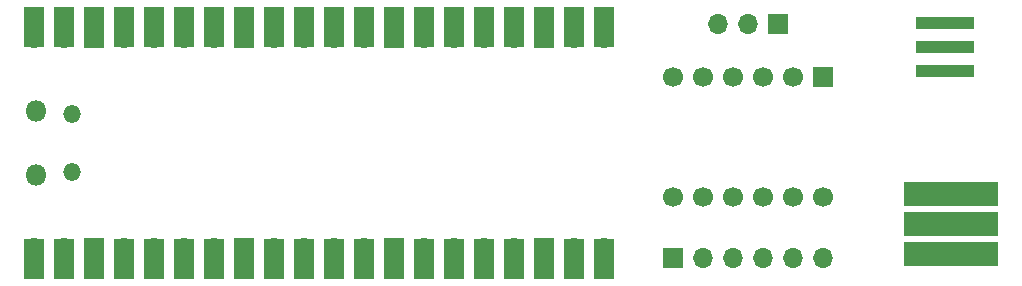
<source format=gts>
G04 #@! TF.GenerationSoftware,KiCad,Pcbnew,7.0.5*
G04 #@! TF.CreationDate,2023-06-08T07:07:18+09:00*
G04 #@! TF.ProjectId,game-boy-pico-link-board,67616d65-2d62-46f7-992d-7069636f2d6c,rev?*
G04 #@! TF.SameCoordinates,Original*
G04 #@! TF.FileFunction,Soldermask,Top*
G04 #@! TF.FilePolarity,Negative*
%FSLAX46Y46*%
G04 Gerber Fmt 4.6, Leading zero omitted, Abs format (unit mm)*
G04 Created by KiCad (PCBNEW 7.0.5) date 2023-06-08 07:07:18*
%MOMM*%
%LPD*%
G01*
G04 APERTURE LIST*
%ADD10R,1.700000X1.700000*%
%ADD11C,1.700000*%
%ADD12O,1.700000X1.700000*%
%ADD13R,1.700000X3.500000*%
%ADD14O,1.800000X1.800000*%
%ADD15O,1.500000X1.500000*%
%ADD16R,8.000000X2.000000*%
%ADD17R,5.000000X1.000000*%
G04 APERTURE END LIST*
D10*
X139670000Y-90298000D03*
D11*
X137130000Y-90298000D03*
X134590000Y-90298000D03*
X132050000Y-90298000D03*
X129510000Y-90298000D03*
X126970000Y-90298000D03*
X139670000Y-100458000D03*
X137130000Y-100458000D03*
X134590000Y-100458000D03*
X132050000Y-100458000D03*
X129510000Y-100458000D03*
X126970000Y-100458000D03*
D10*
X135890000Y-85852000D03*
D12*
X133350000Y-85852000D03*
X130810000Y-85852000D03*
D10*
X127000000Y-105664000D03*
D12*
X129540000Y-105664000D03*
X132080000Y-105664000D03*
X134620000Y-105664000D03*
X137160000Y-105664000D03*
X139700000Y-105664000D03*
D13*
X72900000Y-86095000D03*
D12*
X72900000Y-86995000D03*
D13*
X75440000Y-86095000D03*
D12*
X75440000Y-86995000D03*
D13*
X77980000Y-86095000D03*
D10*
X77980000Y-86995000D03*
D13*
X80520000Y-86095000D03*
D12*
X80520000Y-86995000D03*
D13*
X83060000Y-86095000D03*
D12*
X83060000Y-86995000D03*
D13*
X85600000Y-86095000D03*
D12*
X85600000Y-86995000D03*
D13*
X88140000Y-86095000D03*
D12*
X88140000Y-86995000D03*
D13*
X90680000Y-86095000D03*
D10*
X90680000Y-86995000D03*
D13*
X93220000Y-86095000D03*
D12*
X93220000Y-86995000D03*
D13*
X95760000Y-86095000D03*
D12*
X95760000Y-86995000D03*
D13*
X98300000Y-86095000D03*
D12*
X98300000Y-86995000D03*
D13*
X100840000Y-86095000D03*
D12*
X100840000Y-86995000D03*
D13*
X103380000Y-86095000D03*
D10*
X103380000Y-86995000D03*
D13*
X105920000Y-86095000D03*
D12*
X105920000Y-86995000D03*
D13*
X108460000Y-86095000D03*
D12*
X108460000Y-86995000D03*
D13*
X111000000Y-86095000D03*
D12*
X111000000Y-86995000D03*
D13*
X113540000Y-86095000D03*
D12*
X113540000Y-86995000D03*
D13*
X116080000Y-86095000D03*
D10*
X116080000Y-86995000D03*
D13*
X118620000Y-86095000D03*
D12*
X118620000Y-86995000D03*
D13*
X121160000Y-86095000D03*
D12*
X121160000Y-86995000D03*
D13*
X121160000Y-105675000D03*
D12*
X121160000Y-104775000D03*
D13*
X118620000Y-105675000D03*
D12*
X118620000Y-104775000D03*
D13*
X116080000Y-105675000D03*
D10*
X116080000Y-104775000D03*
D13*
X113540000Y-105675000D03*
D12*
X113540000Y-104775000D03*
D13*
X111000000Y-105675000D03*
D12*
X111000000Y-104775000D03*
D13*
X108460000Y-105675000D03*
D12*
X108460000Y-104775000D03*
D13*
X105920000Y-105675000D03*
D12*
X105920000Y-104775000D03*
D13*
X103380000Y-105675000D03*
D10*
X103380000Y-104775000D03*
D13*
X100840000Y-105675000D03*
D12*
X100840000Y-104775000D03*
D13*
X98300000Y-105675000D03*
D12*
X98300000Y-104775000D03*
D13*
X95760000Y-105675000D03*
D12*
X95760000Y-104775000D03*
D13*
X93220000Y-105675000D03*
D12*
X93220000Y-104775000D03*
D13*
X90680000Y-105675000D03*
D10*
X90680000Y-104775000D03*
D13*
X88140000Y-105675000D03*
D12*
X88140000Y-104775000D03*
D13*
X85600000Y-105675000D03*
D12*
X85600000Y-104775000D03*
D13*
X83060000Y-105675000D03*
D12*
X83060000Y-104775000D03*
D13*
X80520000Y-105675000D03*
D12*
X80520000Y-104775000D03*
D13*
X77980000Y-105675000D03*
D10*
X77980000Y-104775000D03*
D13*
X75440000Y-105675000D03*
D12*
X75440000Y-104775000D03*
D13*
X72900000Y-105675000D03*
D12*
X72900000Y-104775000D03*
D14*
X73030000Y-93160000D03*
D15*
X76060000Y-93460000D03*
X76060000Y-98310000D03*
D14*
X73030000Y-98610000D03*
D16*
X150510000Y-100175000D03*
X150510000Y-102775000D03*
X150510000Y-105275000D03*
D17*
X149960000Y-85775000D03*
X149960000Y-87775000D03*
X149960000Y-89775000D03*
M02*

</source>
